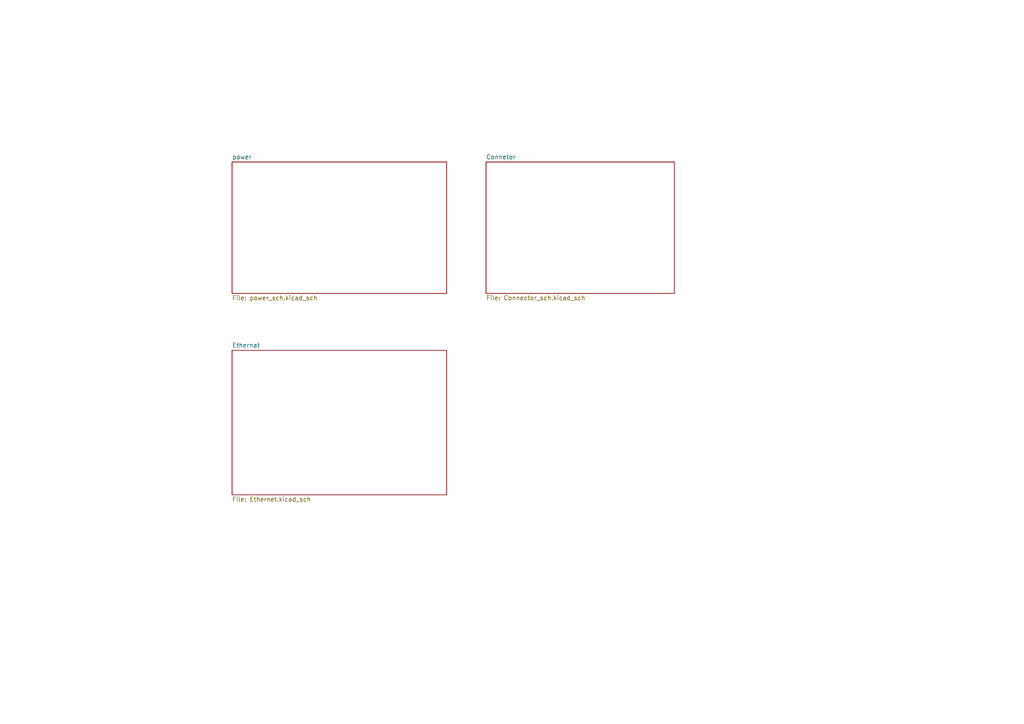
<source format=kicad_sch>
(kicad_sch
	(version 20231120)
	(generator "eeschema")
	(generator_version "8.0")
	(uuid "cb065ac3-641e-4de8-b77c-3afca45e38a8")
	(paper "A4")
	(title_block
		(title "Infrastructure")
		(date "2024-08-24")
		(rev "V1.0")
	)
	(lib_symbols)
	(sheet
		(at 67.31 101.6)
		(size 62.23 41.91)
		(fields_autoplaced yes)
		(stroke
			(width 0.1524)
			(type solid)
		)
		(fill
			(color 0 0 0 0.0000)
		)
		(uuid "00d2aaa4-d8f3-490c-a3dc-3a3bfaed2cc4")
		(property "Sheetname" "Ethernat"
			(at 67.31 100.8884 0)
			(effects
				(font
					(size 1.27 1.27)
				)
				(justify left bottom)
			)
		)
		(property "Sheetfile" "Ethernet.kicad_sch"
			(at 67.31 144.0946 0)
			(effects
				(font
					(size 1.27 1.27)
				)
				(justify left top)
			)
		)
		(instances
			(project "infrastructure"
				(path "/cb065ac3-641e-4de8-b77c-3afca45e38a8"
					(page "4")
				)
			)
		)
	)
	(sheet
		(at 67.31 46.99)
		(size 62.23 38.1)
		(fields_autoplaced yes)
		(stroke
			(width 0.1524)
			(type solid)
		)
		(fill
			(color 0 0 0 0.0000)
		)
		(uuid "28f3180c-e954-4802-8c6e-91d097f1dc26")
		(property "Sheetname" "power"
			(at 67.31 46.2784 0)
			(effects
				(font
					(size 1.27 1.27)
				)
				(justify left bottom)
			)
		)
		(property "Sheetfile" "power_sch.kicad_sch"
			(at 67.31 85.6746 0)
			(effects
				(font
					(size 1.27 1.27)
				)
				(justify left top)
			)
		)
		(instances
			(project "infrastructure"
				(path "/cb065ac3-641e-4de8-b77c-3afca45e38a8"
					(page "2")
				)
			)
		)
	)
	(sheet
		(at 140.97 46.99)
		(size 54.61 38.1)
		(fields_autoplaced yes)
		(stroke
			(width 0.1524)
			(type solid)
		)
		(fill
			(color 0 0 0 0.0000)
		)
		(uuid "ff222cd9-dbd8-4181-a3e1-e9795cded5e3")
		(property "Sheetname" "Connetor"
			(at 140.97 46.2784 0)
			(effects
				(font
					(size 1.27 1.27)
				)
				(justify left bottom)
			)
		)
		(property "Sheetfile" "Connector_sch.kicad_sch"
			(at 140.97 85.6746 0)
			(effects
				(font
					(size 1.27 1.27)
				)
				(justify left top)
			)
		)
		(instances
			(project "infrastructure"
				(path "/cb065ac3-641e-4de8-b77c-3afca45e38a8"
					(page "3")
				)
			)
		)
	)
	(sheet_instances
		(path "/"
			(page "1")
		)
	)
)

</source>
